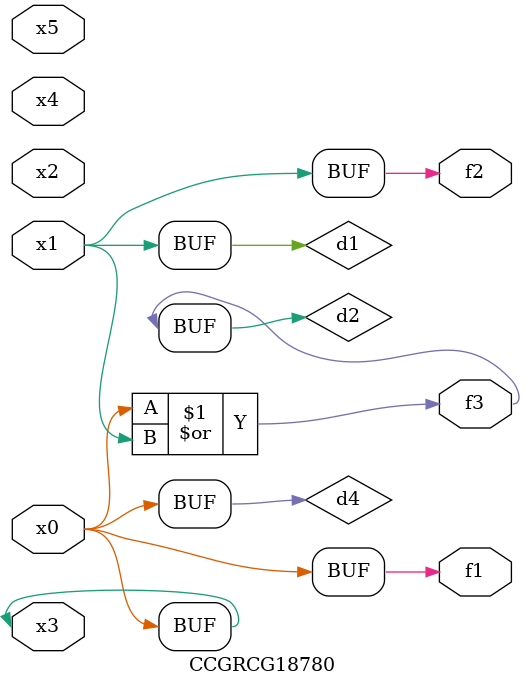
<source format=v>
module CCGRCG18780(
	input x0, x1, x2, x3, x4, x5,
	output f1, f2, f3
);

	wire d1, d2, d3, d4;

	and (d1, x1);
	or (d2, x0, x1);
	nand (d3, x0, x5);
	buf (d4, x0, x3);
	assign f1 = d4;
	assign f2 = d1;
	assign f3 = d2;
endmodule

</source>
